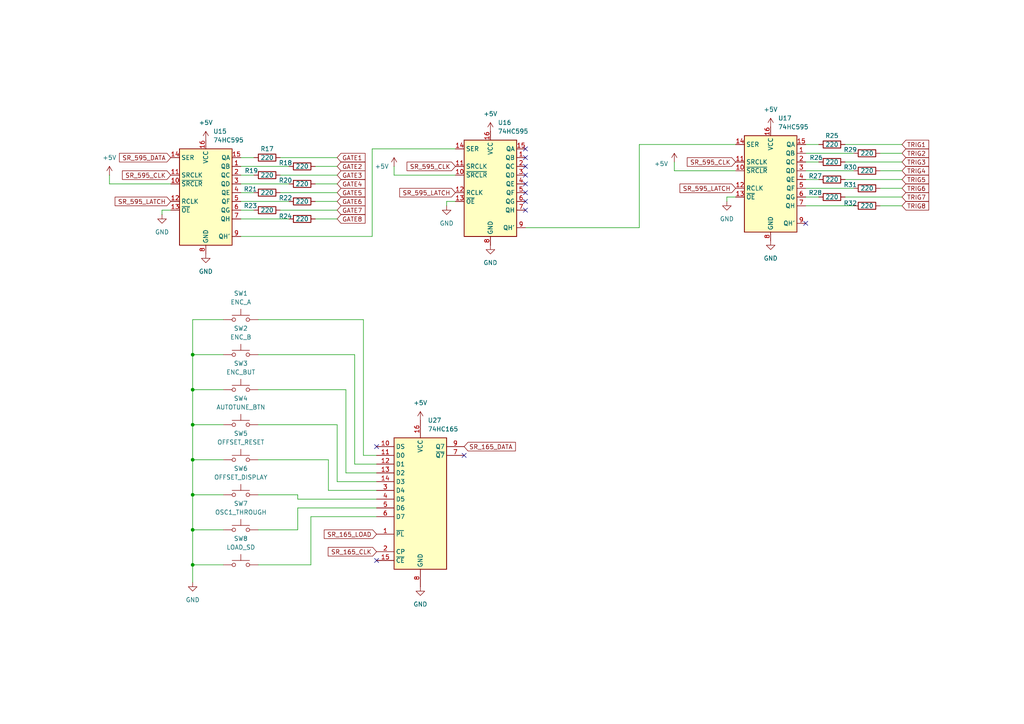
<source format=kicad_sch>
(kicad_sch (version 20250114) (generator "eeschema") (generator_version "9.0")
  (paper "A4")
  (lib_symbols
    (symbol "74xx:74HC165"
      (property "Reference" "U" (at -7.62 19.05 0))
      (property "Value" "74HC165" (at -7.62 -21.59 0))
      (symbol "74HC165_1_0"
        (pin input line (at -12.7 15.24 0) (length 5.08) (name "DS") (number "10"))
        (pin input line (at -12.7 12.7 0) (length 5.08) (name "D0") (number "11"))
        (pin input line (at -12.7 10.16 0) (length 5.08) (name "D1") (number "12"))
        (pin input line (at -12.7 7.62 0) (length 5.08) (name "D2") (number "13"))
        (pin input line (at -12.7 5.08 0) (length 5.08) (name "D3") (number "14"))
        (pin input line (at -12.7 2.54 0) (length 5.08) (name "D4") (number "3"))
        (pin input line (at -12.7 0 0) (length 5.08) (name "D5") (number "4"))
        (pin input line (at -12.7 -2.54 0) (length 5.08) (name "D6") (number "5"))
        (pin input line (at -12.7 -5.08 0) (length 5.08) (name "D7") (number "6"))
        (pin input line (at -12.7 -10.16 0) (length 5.08) (name "~{PL}") (number "1"))
        (pin input line (at -12.7 -15.24 0) (length 5.08) (name "CP") (number "2"))
        (pin input line (at -12.7 -17.78 0) (length 5.08) (name "~{CE}") (number "15"))
        (pin power_in line (at 0 22.86 270) (length 5.08) (name "VCC") (number "16"))
        (pin power_in line (at 0 -25.4 90) (length 5.08) (name "GND") (number "8"))
        (pin output line (at 12.7 15.24 180) (length 5.08) (name "Q7") (number "9"))
        (pin output line (at 12.7 12.7 180) (length 5.08) (name "~{Q7}") (number "7"))
      )
      (symbol "74HC165_1_1"
        (rectangle (start -7.62 17.78) (end 7.62 -20.32) (stroke (width 0.254)) (fill (type background)))
      )
    )
    (symbol "74xx:74HC595"
      (property "Reference" "U" (at -7.62 13.97 0))
      (property "Value" "74HC595" (at -7.62 -16.51 0))
      (symbol "74HC595_1_0"
        (pin input line (at -10.16 10.16 0) (length 2.54) (name "SER") (number "14"))
        (pin input line (at -10.16 5.08 0) (length 2.54) (name "SRCLK") (number "11"))
        (pin input line (at -10.16 2.54 0) (length 2.54) (name "~{SRCLR}") (number "10"))
        (pin input line (at -10.16 -2.54 0) (length 2.54) (name "RCLK") (number "12"))
        (pin input line (at -10.16 -5.08 0) (length 2.54) (name "~{OE}") (number "13"))
        (pin power_in line (at 0 15.24 270) (length 2.54) (name "VCC") (number "16"))
        (pin power_in line (at 0 -17.78 90) (length 2.54) (name "GND") (number "8"))
        (pin tri_state line (at 10.16 10.16 180) (length 2.54) (name "QA") (number "15"))
        (pin tri_state line (at 10.16 7.62 180) (length 2.54) (name "QB") (number "1"))
        (pin tri_state line (at 10.16 5.08 180) (length 2.54) (name "QC") (number "2"))
        (pin tri_state line (at 10.16 2.54 180) (length 2.54) (name "QD") (number "3"))
        (pin tri_state line (at 10.16 0 180) (length 2.54) (name "QE") (number "4"))
        (pin tri_state line (at 10.16 -2.54 180) (length 2.54) (name "QF") (number "5"))
        (pin tri_state line (at 10.16 -5.08 180) (length 2.54) (name "QG") (number "6"))
        (pin tri_state line (at 10.16 -7.62 180) (length 2.54) (name "QH") (number "7"))
        (pin output line (at 10.16 -12.7 180) (length 2.54) (name "QH'") (number "9"))
      )
      (symbol "74HC595_1_1"
        (rectangle (start -7.62 12.7) (end 7.62 -15.24) (stroke (width 0.254)) (fill (type background)))
      )
    )
    (symbol "Device:R" (pin_numbers (hide yes)) (pin_names (offset 0))
      (property "Reference" "R" (at 2.032 0 90))
      (property "Value" "R" (at 0 0 90))
      (symbol "R_0_1"
        (rectangle (start -1.016 -2.54) (end 1.016 2.54) (stroke (width 0.254)))
      )
      (symbol "R_1_1"
        (pin passive line (at 0 3.81 270) (length 1.27) (name "~") (number "1"))
        (pin passive line (at 0 -3.81 90) (length 1.27) (name "~") (number "2"))
      )
    )
    (symbol "Switch:SW_Push" (pin_numbers (hide yes)) (pin_names (offset 1.016) (hide yes))
      (property "Reference" "SW" (at 1.27 2.54 0))
      (property "Value" "SW_Push" (at 0 -1.524 0))
      (symbol "SW_Push_0_1"
        (circle (center -2.032 0) (radius 0.508))
        (polyline (pts (xy 0 1.27) (xy 0 3.048)))
        (circle (center 2.032 0) (radius 0.508))
        (polyline (pts (xy 2.54 1.27) (xy -2.54 1.27)))
        (pin passive line (at -5.08 0 0) (length 2.54) (name "1") (number "1"))
        (pin passive line (at 5.08 0 180) (length 2.54) (name "2") (number "2"))
      )
    )
    (symbol "power:+5V" (power) (pin_numbers (hide yes)) (pin_names (offset 0) (hide yes))
      (property "Value" "+5V" (at 0 3.556 0))
      (symbol "+5V_0_1"
        (polyline (pts (xy -0.762 1.27) (xy 0 2.54)))
        (polyline (pts (xy 0 2.54) (xy 0.762 1.27)))
        (polyline (pts (xy 0 0) (xy 0 2.54)))
      )
      (symbol "+5V_1_1"
        (pin power_in line (at 0 0 90) (length 0) (name "~") (number "1"))
      )
    )
    (symbol "power:GND" (power) (pin_numbers (hide yes)) (pin_names (offset 0) (hide yes))
      (property "Value" "GND" (at 0 -3.81 0))
      (symbol "GND_0_1"
        (polyline (pts (xy 0 0) (xy 0 -1.27) (xy 1.27 -1.27) (xy 0 -2.54) (xy -1.27 -1.27) (xy 0 -1.27)))
      )
      (symbol "GND_1_1"
        (pin power_in line (at 0 0 270) (length 0) (name "~") (number "1"))
      )
    )
  )
  (junction (at 55.88 163.83))
  (junction (at 55.88 153.67))
  (junction (at 55.88 143.51))
  (junction (at 55.88 113.03))
  (junction (at 55.88 133.35))
  (junction (at 55.88 123.19))
  (junction (at 55.88 102.87))
  (no_connect (at 134.62 132.08))
  (no_connect (at 152.4 45.72))
  (no_connect (at 233.68 64.77))
  (no_connect (at 152.4 43.18))
  (no_connect (at 109.22 129.54))
  (no_connect (at 152.4 60.96))
  (no_connect (at 109.22 162.56))
  (no_connect (at 152.4 48.26))
  (no_connect (at 152.4 50.8))
  (no_connect (at 152.4 58.42))
  (no_connect (at 152.4 53.34))
  (no_connect (at 152.4 55.88))
  (wire (pts (xy 185.42 66.04) (xy 185.42 41.91)))
  (wire (pts (xy 255.27 44.45) (xy 261.62 44.45)))
  (wire (pts (xy 255.27 49.53) (xy 261.62 49.53)))
  (wire (pts (xy 55.88 153.67) (xy 55.88 163.83)))
  (wire (pts (xy 55.88 133.35) (xy 64.77 133.35)))
  (wire (pts (xy 255.27 54.61) (xy 261.62 54.61)))
  (wire (pts (xy 69.85 63.5) (xy 83.82 63.5)))
  (wire (pts (xy 105.41 92.71) (xy 74.93 92.71)))
  (wire (pts (xy 100.33 137.16) (xy 109.22 137.16)))
  (wire (pts (xy 245.11 57.15) (xy 261.62 57.15)))
  (wire (pts (xy 86.36 153.67) (xy 74.93 153.67)))
  (wire (pts (xy 55.88 113.03) (xy 55.88 123.19)))
  (wire (pts (xy 86.36 147.32) (xy 86.36 153.67)))
  (wire (pts (xy 90.17 163.83) (xy 90.17 149.86)))
  (wire (pts (xy 91.44 48.26) (xy 97.79 48.26)))
  (wire (pts (xy 74.93 102.87) (xy 102.87 102.87)))
  (wire (pts (xy 132.08 50.8) (xy 114.3 50.8)))
  (wire (pts (xy 132.08 58.42) (xy 129.54 58.42)))
  (wire (pts (xy 55.88 163.83) (xy 64.77 163.83)))
  (wire (pts (xy 46.99 60.96) (xy 46.99 62.23)))
  (wire (pts (xy 233.68 57.15) (xy 237.49 57.15)))
  (wire (pts (xy 69.85 55.88) (xy 73.66 55.88)))
  (wire (pts (xy 31.75 53.34) (xy 31.75 50.8)))
  (wire (pts (xy 107.95 68.58) (xy 107.95 43.18)))
  (wire (pts (xy 69.85 45.72) (xy 73.66 45.72)))
  (wire (pts (xy 81.28 50.8) (xy 97.79 50.8)))
  (wire (pts (xy 233.68 52.07) (xy 237.49 52.07)))
  (wire (pts (xy 97.79 139.7) (xy 109.22 139.7)))
  (wire (pts (xy 55.88 163.83) (xy 55.88 168.91)))
  (wire (pts (xy 210.82 57.15) (xy 210.82 58.42)))
  (wire (pts (xy 81.28 45.72) (xy 97.79 45.72)))
  (wire (pts (xy 100.33 113.03) (xy 100.33 137.16)))
  (wire (pts (xy 49.53 60.96) (xy 46.99 60.96)))
  (wire (pts (xy 81.28 60.96) (xy 97.79 60.96)))
  (wire (pts (xy 86.36 144.78) (xy 86.36 143.51)))
  (wire (pts (xy 74.93 163.83) (xy 90.17 163.83)))
  (wire (pts (xy 64.77 123.19) (xy 55.88 123.19)))
  (wire (pts (xy 49.53 53.34) (xy 31.75 53.34)))
  (wire (pts (xy 86.36 144.78) (xy 109.22 144.78)))
  (wire (pts (xy 55.88 153.67) (xy 64.77 153.67)))
  (wire (pts (xy 109.22 147.32) (xy 86.36 147.32)))
  (wire (pts (xy 81.28 55.88) (xy 97.79 55.88)))
  (wire (pts (xy 233.68 46.99) (xy 237.49 46.99)))
  (wire (pts (xy 69.85 48.26) (xy 83.82 48.26)))
  (wire (pts (xy 55.88 113.03) (xy 64.77 113.03)))
  (wire (pts (xy 233.68 54.61) (xy 247.65 54.61)))
  (wire (pts (xy 195.58 49.53) (xy 195.58 46.99)))
  (wire (pts (xy 69.85 53.34) (xy 83.82 53.34)))
  (wire (pts (xy 69.85 58.42) (xy 83.82 58.42)))
  (wire (pts (xy 74.93 133.35) (xy 95.25 133.35)))
  (wire (pts (xy 245.11 52.07) (xy 261.62 52.07)))
  (wire (pts (xy 69.85 60.96) (xy 73.66 60.96)))
  (wire (pts (xy 86.36 143.51) (xy 74.93 143.51)))
  (wire (pts (xy 55.88 123.19) (xy 55.88 133.35)))
  (wire (pts (xy 55.88 143.51) (xy 64.77 143.51)))
  (wire (pts (xy 233.68 41.91) (xy 237.49 41.91)))
  (wire (pts (xy 233.68 44.45) (xy 247.65 44.45)))
  (wire (pts (xy 185.42 41.91) (xy 213.36 41.91)))
  (wire (pts (xy 55.88 102.87) (xy 55.88 113.03)))
  (wire (pts (xy 91.44 58.42) (xy 97.79 58.42)))
  (wire (pts (xy 102.87 102.87) (xy 102.87 134.62)))
  (wire (pts (xy 55.88 102.87) (xy 64.77 102.87)))
  (wire (pts (xy 64.77 92.71) (xy 55.88 92.71)))
  (wire (pts (xy 95.25 142.24) (xy 109.22 142.24)))
  (wire (pts (xy 107.95 43.18) (xy 132.08 43.18)))
  (wire (pts (xy 91.44 63.5) (xy 97.79 63.5)))
  (wire (pts (xy 109.22 132.08) (xy 105.41 132.08)))
  (wire (pts (xy 233.68 59.69) (xy 247.65 59.69)))
  (wire (pts (xy 55.88 143.51) (xy 55.88 153.67)))
  (wire (pts (xy 152.4 66.04) (xy 185.42 66.04)))
  (wire (pts (xy 233.68 49.53) (xy 247.65 49.53)))
  (wire (pts (xy 105.41 132.08) (xy 105.41 92.71)))
  (wire (pts (xy 129.54 58.42) (xy 129.54 59.69)))
  (wire (pts (xy 69.85 50.8) (xy 73.66 50.8)))
  (wire (pts (xy 97.79 123.19) (xy 97.79 139.7)))
  (wire (pts (xy 255.27 59.69) (xy 261.62 59.69)))
  (wire (pts (xy 74.93 123.19) (xy 97.79 123.19)))
  (wire (pts (xy 74.93 113.03) (xy 100.33 113.03)))
  (wire (pts (xy 91.44 53.34) (xy 97.79 53.34)))
  (wire (pts (xy 55.88 92.71) (xy 55.88 102.87)))
  (wire (pts (xy 213.36 49.53) (xy 195.58 49.53)))
  (wire (pts (xy 55.88 133.35) (xy 55.88 143.51)))
  (wire (pts (xy 245.11 46.99) (xy 261.62 46.99)))
  (wire (pts (xy 90.17 149.86) (xy 109.22 149.86)))
  (wire (pts (xy 213.36 57.15) (xy 210.82 57.15)))
  (wire (pts (xy 95.25 133.35) (xy 95.25 142.24)))
  (wire (pts (xy 245.11 41.91) (xy 261.62 41.91)))
  (wire (pts (xy 114.3 50.8) (xy 114.3 48.26)))
  (wire (pts (xy 102.87 134.62) (xy 109.22 134.62)))
  (wire (pts (xy 69.85 68.58) (xy 107.95 68.58)))
  (global_label "TRIG5" (shape input) (at 261.62 52.07 0) (property "Intersheetrefs" "${INTERSHEET_REFS}" (effects (hide yes))))
  (global_label "SR_595_CLK" (shape input) (at 49.53 50.8 180) (property "Intersheetrefs" "${INTERSHEET_REFS}" (effects (hide yes))))
  (global_label "TRIG6" (shape input) (at 261.62 54.61 0) (property "Intersheetrefs" "${INTERSHEET_REFS}" (effects (hide yes))))
  (global_label "GATE6" (shape input) (at 97.79 58.42 0) (property "Intersheetrefs" "${INTERSHEET_REFS}" (effects (hide yes))))
  (global_label "TRIG2" (shape input) (at 261.62 44.45 0) (property "Intersheetrefs" "${INTERSHEET_REFS}" (effects (hide yes))))
  (global_label "SR_595_LATCH" (shape input) (at 213.36 54.61 180) (property "Intersheetrefs" "${INTERSHEET_REFS}" (effects (hide yes))))
  (global_label "SR_595_DATA" (shape input) (at 49.53 45.72 180) (property "Intersheetrefs" "${INTERSHEET_REFS}" (effects (hide yes))))
  (global_label "TRIG7" (shape input) (at 261.62 57.15 0) (property "Intersheetrefs" "${INTERSHEET_REFS}" (effects (hide yes))))
  (global_label "GATE1" (shape input) (at 97.79 45.72 0) (property "Intersheetrefs" "${INTERSHEET_REFS}" (effects (hide yes))))
  (global_label "GATE8" (shape input) (at 97.79 63.5 0) (property "Intersheetrefs" "${INTERSHEET_REFS}" (effects (hide yes))))
  (global_label "GATE5" (shape input) (at 97.79 55.88 0) (property "Intersheetrefs" "${INTERSHEET_REFS}" (effects (hide yes))))
  (global_label "SR_595_LATCH" (shape input) (at 49.53 58.42 180) (property "Intersheetrefs" "${INTERSHEET_REFS}" (effects (hide yes))))
  (global_label "GATE2" (shape input) (at 97.79 48.26 0) (property "Intersheetrefs" "${INTERSHEET_REFS}" (effects (hide yes))))
  (global_label "SR_165_LOAD" (shape input) (at 109.22 154.94 180) (property "Intersheetrefs" "${INTERSHEET_REFS}" (effects (hide yes))))
  (global_label "SR_595_CLK" (shape input) (at 132.08 48.26 180) (property "Intersheetrefs" "${INTERSHEET_REFS}" (effects (hide yes))))
  (global_label "SR_165_CLK" (shape input) (at 109.22 160.02 180) (property "Intersheetrefs" "${INTERSHEET_REFS}" (effects (hide yes))))
  (global_label "SR_595_LATCH" (shape input) (at 132.08 55.88 180) (property "Intersheetrefs" "${INTERSHEET_REFS}" (effects (hide yes))))
  (global_label "GATE4" (shape input) (at 97.79 53.34 0) (property "Intersheetrefs" "${INTERSHEET_REFS}" (effects (hide yes))))
  (global_label "TRIG8" (shape input) (at 261.62 59.69 0) (property "Intersheetrefs" "${INTERSHEET_REFS}" (effects (hide yes))))
  (global_label "TRIG1" (shape input) (at 261.62 41.91 0) (property "Intersheetrefs" "${INTERSHEET_REFS}" (effects (hide yes))))
  (global_label "SR_595_CLK" (shape input) (at 213.36 46.99 180) (property "Intersheetrefs" "${INTERSHEET_REFS}" (effects (hide yes))))
  (global_label "SR_165_DATA" (shape input) (at 134.62 129.54 0) (property "Intersheetrefs" "${INTERSHEET_REFS}" (effects (hide yes))))
  (global_label "GATE7" (shape input) (at 97.79 60.96 0) (property "Intersheetrefs" "${INTERSHEET_REFS}" (effects (hide yes))))
  (global_label "TRIG3" (shape input) (at 261.62 46.99 0) (property "Intersheetrefs" "${INTERSHEET_REFS}" (effects (hide yes))))
  (global_label "GATE3" (shape input) (at 97.79 50.8 0) (property "Intersheetrefs" "${INTERSHEET_REFS}" (effects (hide yes))))
  (global_label "TRIG4" (shape input) (at 261.62 49.53 0) (property "Intersheetrefs" "${INTERSHEET_REFS}" (effects (hide yes))))
  (symbol (lib_id "Device:R") (at 251.46 54.61 270) (unit 1)
    (property "Reference" "R31" (at 246.634 53.594 90))
    (property "Value" "220" (at 251.46 54.61 90))
    (property "Footprint" "PCM_Resistor_SMD_AKL:R_0805_2012Metric_Pad1.15x1.40mm_HandSolder" (effects (hide yes)))
    (property "Description" "Resistor" (effects (hide yes)))
  )
  (symbol (lib_id "Device:R") (at 87.63 63.5 270) (unit 1)
    (property "Reference" "R24" (at 82.804 62.738 90))
    (property "Value" "220" (at 87.63 63.5 90))
    (property "Footprint" "PCM_Resistor_SMD_AKL:R_0805_2012Metric_Pad1.15x1.40mm_HandSolder" (effects (hide yes)))
    (property "Description" "Resistor" (effects (hide yes)))
  )
  (symbol (lib_id "74xx:74HC165") (at 121.92 144.78 0) (unit 1)
    (property "Reference" "U27" (at 124.0633 121.92 0) (effects (justify left)))
    (property "Value" "74HC165" (at 124.0633 124.46 0) (effects (justify left)))
    (property "Footprint" "Package_SO:SOIC-16_3.9x9.9mm_P1.27mm" (effects (hide yes)))
    (property "Datasheet" "https://assets.nexperia.com/documents/data-sheet/74HC_HCT165.pdf" (effects (hide yes)))
    (property "Description" "Shift Register, 8-bit, Parallel Load" (effects (hide yes)))
  )
  (symbol (lib_id "Device:R") (at 77.47 50.8 270) (unit 1)
    (property "Reference" "R19" (at 72.898 49.53 90))
    (property "Value" "220" (at 77.47 50.8 90))
    (property "Footprint" "PCM_Resistor_SMD_AKL:R_0805_2012Metric_Pad1.15x1.40mm_HandSolder" (effects (hide yes)))
    (property "Description" "Resistor" (effects (hide yes)))
  )
  (symbol (lib_id "power:+5V") (at 142.24 38.1 0) (unit 1)
    (property "Reference" "#PWR083" (effects (hide yes)))
    (property "Value" "+5V" (at 142.24 33.02 0))
    (property "Description" "Power symbol creates a global label with name \"+5V\"" (effects (hide yes)))
  )
  (symbol (lib_id "power:GND") (at 210.82 58.42 0) (unit 1)
    (property "Reference" "#PWR088" (effects (hide yes)))
    (property "Value" "GND" (at 210.82 63.5 0))
    (property "Description" "Power symbol creates a global label with name \"GND\" , ground" (effects (hide yes)))
  )
  (symbol (lib_id "74xx:74HC595") (at 223.52 52.07 0) (unit 1)
    (property "Reference" "U17" (at 225.6633 34.29 0) (effects (justify left)))
    (property "Value" "74HC595" (at 225.6633 36.83 0) (effects (justify left)))
    (property "Footprint" "Package_SO:SOIC-16_3.9x9.9mm_P1.27mm" (effects (hide yes)))
    (property "Datasheet" "http://www.ti.com/lit/ds/symlink/sn74hc595.pdf" (effects (hide yes)))
    (property "Description" "8-bit serial in/out Shift Register 3-State Outputs" (effects (hide yes)))
  )
  (symbol (lib_id "Device:R") (at 251.46 59.69 270) (unit 1)
    (property "Reference" "R32" (at 246.634 58.928 90))
    (property "Value" "220" (at 251.46 59.69 90))
    (property "Footprint" "PCM_Resistor_SMD_AKL:R_0805_2012Metric_Pad1.15x1.40mm_HandSolder" (effects (hide yes)))
    (property "Description" "Resistor" (effects (hide yes)))
  )
  (symbol (lib_id "power:+5V") (at 59.69 40.64 0) (unit 1)
    (property "Reference" "#PWR084" (effects (hide yes)))
    (property "Value" "+5V" (at 59.69 35.56 0))
    (property "Description" "Power symbol creates a global label with name \"+5V\"" (effects (hide yes)))
  )
  (symbol (lib_id "power:GND") (at 46.99 62.23 0) (unit 1)
    (property "Reference" "#PWR090" (effects (hide yes)))
    (property "Value" "GND" (at 46.99 67.31 0))
    (property "Description" "Power symbol creates a global label with name \"GND\" , ground" (effects (hide yes)))
  )
  (symbol (lib_id "Device:R") (at 77.47 60.96 270) (unit 1)
    (property "Reference" "R23" (at 72.644 59.69 90))
    (property "Value" "220" (at 77.47 60.96 90))
    (property "Footprint" "PCM_Resistor_SMD_AKL:R_0805_2012Metric_Pad1.15x1.40mm_HandSolder" (effects (hide yes)))
    (property "Description" "Resistor" (effects (hide yes)))
  )
  (symbol (lib_id "Device:R") (at 87.63 48.26 270) (unit 1)
    (property "Reference" "R18" (at 82.804 47.244 90))
    (property "Value" "220" (at 87.63 48.26 90))
    (property "Footprint" "PCM_Resistor_SMD_AKL:R_0805_2012Metric_Pad1.15x1.40mm_HandSolder" (effects (hide yes)))
    (property "Description" "Resistor" (effects (hide yes)))
  )
  (symbol (lib_id "Switch:SW_Push") (at 69.85 113.03 0) (unit 1)
    (property "Reference" "SW3" (at 69.85 105.41 0))
    (property "Value" "ENC_BUT" (at 69.85 107.95 0))
    (property "Footprint" "Button_Switch_THT:SW_PUSH_6mm" (effects (hide yes)))
    (property "Description" "Push button switch, generic, two pins" (effects (hide yes)))
  )
  (symbol (lib_id "Device:R") (at 77.47 45.72 270) (unit 1)
    (property "Reference" "R17" (at 77.47 43.18 90))
    (property "Value" "220" (at 77.47 45.72 90))
    (property "Footprint" "PCM_Resistor_SMD_AKL:R_0805_2012Metric_Pad1.15x1.40mm_HandSolder" (effects (hide yes)))
    (property "Description" "Resistor" (effects (hide yes)))
  )
  (symbol (lib_id "Switch:SW_Push") (at 69.85 163.83 0) (unit 1)
    (property "Reference" "SW8" (at 69.85 156.21 0))
    (property "Value" "LOAD_SD" (at 69.85 158.75 0))
    (property "Footprint" "Button_Switch_THT:SW_PUSH_6mm" (effects (hide yes)))
    (property "Description" "Push button switch, generic, two pins" (effects (hide yes)))
  )
  (symbol (lib_id "power:GND") (at 223.52 69.85 0) (unit 1)
    (property "Reference" "#PWR081" (effects (hide yes)))
    (property "Value" "GND" (at 223.52 74.93 0))
    (property "Description" "Power symbol creates a global label with name \"GND\" , ground" (effects (hide yes)))
  )
  (symbol (lib_id "Device:R") (at 77.47 55.88 270) (unit 1)
    (property "Reference" "R21" (at 72.644 54.864 90))
    (property "Value" "220" (at 77.47 55.88 90))
    (property "Footprint" "PCM_Resistor_SMD_AKL:R_0805_2012Metric_Pad1.15x1.40mm_HandSolder" (effects (hide yes)))
    (property "Description" "Resistor" (effects (hide yes)))
  )
  (symbol (lib_id "power:GND") (at 121.92 170.18 0) (unit 1)
    (property "Reference" "#PWR0128" (effects (hide yes)))
    (property "Value" "GND" (at 121.92 175.26 0))
    (property "Description" "Power symbol creates a global label with name \"GND\" , ground" (effects (hide yes)))
  )
  (symbol (lib_id "Device:R") (at 251.46 44.45 270) (unit 1)
    (property "Reference" "R29" (at 246.634 43.434 90))
    (property "Value" "220" (at 251.46 44.45 90))
    (property "Footprint" "PCM_Resistor_SMD_AKL:R_0805_2012Metric_Pad1.15x1.40mm_HandSolder" (effects (hide yes)))
    (property "Description" "Resistor" (effects (hide yes)))
  )
  (symbol (lib_id "power:+5V") (at 195.58 46.99 0) (unit 1)
    (property "Reference" "#PWR087" (effects (hide yes)))
    (property "Value" "+5V" (at 191.77 47.498 0))
    (property "Description" "Power symbol creates a global label with name \"+5V\"" (effects (hide yes)))
  )
  (symbol (lib_id "Device:R") (at 241.3 41.91 270) (unit 1)
    (property "Reference" "R25" (at 241.3 39.37 90))
    (property "Value" "220" (at 241.3 41.91 90))
    (property "Footprint" "PCM_Resistor_SMD_AKL:R_0805_2012Metric_Pad1.15x1.40mm_HandSolder" (effects (hide yes)))
    (property "Description" "Resistor" (effects (hide yes)))
  )
  (symbol (lib_id "power:GND") (at 55.88 168.91 0) (unit 1)
    (property "Reference" "#PWR091" (effects (hide yes)))
    (property "Value" "GND" (at 55.88 173.99 0))
    (property "Description" "Power symbol creates a global label with name \"GND\" , ground" (effects (hide yes)))
  )
  (symbol (lib_id "Device:R") (at 87.63 58.42 270) (unit 1)
    (property "Reference" "R22" (at 82.804 57.404 90))
    (property "Value" "220" (at 87.63 58.42 90))
    (property "Footprint" "PCM_Resistor_SMD_AKL:R_0805_2012Metric_Pad1.15x1.40mm_HandSolder" (effects (hide yes)))
    (property "Description" "Resistor" (effects (hide yes)))
  )
  (symbol (lib_id "power:GND") (at 129.54 59.69 0) (unit 1)
    (property "Reference" "#PWR089" (effects (hide yes)))
    (property "Value" "GND" (at 129.54 64.77 0))
    (property "Description" "Power symbol creates a global label with name \"GND\" , ground" (effects (hide yes)))
  )
  (symbol (lib_id "Switch:SW_Push") (at 69.85 153.67 0) (unit 1)
    (property "Reference" "SW7" (at 69.85 146.05 0))
    (property "Value" "OSC1_THROUGH" (at 69.85 148.59 0))
    (property "Footprint" "Button_Switch_THT:SW_PUSH_6mm" (effects (hide yes)))
    (property "Description" "Push button switch, generic, two pins" (effects (hide yes)))
  )
  (symbol (lib_id "Device:R") (at 87.63 53.34 270) (unit 1)
    (property "Reference" "R20" (at 82.804 52.324 90))
    (property "Value" "220" (at 87.63 53.34 90))
    (property "Footprint" "PCM_Resistor_SMD_AKL:R_0805_2012Metric_Pad1.15x1.40mm_HandSolder" (effects (hide yes)))
    (property "Description" "Resistor" (effects (hide yes)))
  )
  (symbol (lib_id "Device:R") (at 241.3 57.15 270) (unit 1)
    (property "Reference" "R28" (at 236.474 55.88 90))
    (property "Value" "220" (at 241.3 57.15 90))
    (property "Footprint" "PCM_Resistor_SMD_AKL:R_0805_2012Metric_Pad1.15x1.40mm_HandSolder" (effects (hide yes)))
    (property "Description" "Resistor" (effects (hide yes)))
  )
  (symbol (lib_id "74xx:74HC595") (at 59.69 55.88 0) (unit 1)
    (property "Reference" "U15" (at 61.8333 38.1 0) (effects (justify left)))
    (property "Value" "74HC595" (at 61.8333 40.64 0) (effects (justify left)))
    (property "Footprint" "Package_SO:SOIC-16_3.9x9.9mm_P1.27mm" (effects (hide yes)))
    (property "Datasheet" "http://www.ti.com/lit/ds/symlink/sn74hc595.pdf" (effects (hide yes)))
    (property "Description" "8-bit serial in/out Shift Register 3-State Outputs" (effects (hide yes)))
  )
  (symbol (lib_id "Switch:SW_Push") (at 69.85 133.35 0) (unit 1)
    (property "Reference" "SW5" (at 69.85 125.73 0))
    (property "Value" "OFFSET_RESET" (at 69.85 128.27 0))
    (property "Footprint" "Button_Switch_THT:SW_PUSH_6mm" (effects (hide yes)))
    (property "Description" "Push button switch, generic, two pins" (effects (hide yes)))
  )
  (symbol (lib_id "power:+5V") (at 121.92 121.92 0) (unit 1)
    (property "Reference" "#PWR0129" (effects (hide yes)))
    (property "Value" "+5V" (at 121.92 116.84 0))
    (property "Description" "Power symbol creates a global label with name \"+5V\"" (effects (hide yes)))
  )
  (symbol (lib_id "power:+5V") (at 31.75 50.8 0) (unit 1)
    (property "Reference" "#PWR085" (effects (hide yes)))
    (property "Value" "+5V" (at 31.75 45.72 0))
    (property "Description" "Power symbol creates a global label with name \"+5V\"" (effects (hide yes)))
  )
  (symbol (lib_id "Device:R") (at 251.46 49.53 270) (unit 1)
    (property "Reference" "R30" (at 246.634 48.514 90))
    (property "Value" "220" (at 251.46 49.53 90))
    (property "Footprint" "PCM_Resistor_SMD_AKL:R_0805_2012Metric_Pad1.15x1.40mm_HandSolder" (effects (hide yes)))
    (property "Description" "Resistor" (effects (hide yes)))
  )
  (symbol (lib_id "74xx:74HC595") (at 142.24 53.34 0) (unit 1)
    (property "Reference" "U16" (at 144.3833 35.56 0) (effects (justify left)))
    (property "Value" "74HC595" (at 144.3833 38.1 0) (effects (justify left)))
    (property "Footprint" "Package_SO:SOIC-16_3.9x9.9mm_P1.27mm" (effects (hide yes)))
    (property "Datasheet" "http://www.ti.com/lit/ds/symlink/sn74hc595.pdf" (effects (hide yes)))
    (property "Description" "8-bit serial in/out Shift Register 3-State Outputs" (effects (hide yes)))
  )
  (symbol (lib_id "Switch:SW_Push") (at 69.85 92.71 0) (unit 1)
    (property "Reference" "SW1" (at 69.85 85.09 0))
    (property "Value" "ENC_A" (at 69.85 87.63 0))
    (property "Footprint" "Button_Switch_THT:SW_PUSH_6mm" (effects (hide yes)))
    (property "Description" "Push button switch, generic, two pins" (effects (hide yes)))
  )
  (symbol (lib_id "power:GND") (at 59.69 73.66 0) (unit 1)
    (property "Reference" "#PWR079" (effects (hide yes)))
    (property "Value" "GND" (at 59.69 78.74 0))
    (property "Description" "Power symbol creates a global label with name \"GND\" , ground" (effects (hide yes)))
  )
  (symbol (lib_id "power:+5V") (at 114.3 48.26 0) (unit 1)
    (property "Reference" "#PWR086" (effects (hide yes)))
    (property "Value" "+5V" (at 110.744 48.26 0))
    (property "Description" "Power symbol creates a global label with name \"+5V\"" (effects (hide yes)))
  )
  (symbol (lib_id "Device:R") (at 241.3 46.99 270) (unit 1)
    (property "Reference" "R26" (at 236.728 45.72 90))
    (property "Value" "220" (at 241.3 46.99 90))
    (property "Footprint" "PCM_Resistor_SMD_AKL:R_0805_2012Metric_Pad1.15x1.40mm_HandSolder" (effects (hide yes)))
    (property "Description" "Resistor" (effects (hide yes)))
  )
  (symbol (lib_id "Switch:SW_Push") (at 69.85 143.51 0) (unit 1)
    (property "Reference" "SW6" (at 69.85 135.89 0))
    (property "Value" "OFFSET_DISPLAY" (at 69.85 138.43 0))
    (property "Footprint" "Button_Switch_THT:SW_PUSH_6mm" (effects (hide yes)))
    (property "Description" "Push button switch, generic, two pins" (effects (hide yes)))
  )
  (symbol (lib_id "Switch:SW_Push") (at 69.85 123.19 0) (unit 1)
    (property "Reference" "SW4" (at 69.85 115.57 0))
    (property "Value" "AUTOTUNE_BTN" (at 69.85 118.11 0))
    (property "Footprint" "Button_Switch_THT:SW_PUSH_6mm" (effects (hide yes)))
    (property "Description" "Push button switch, generic, two pins" (effects (hide yes)))
  )
  (symbol (lib_id "power:GND") (at 142.24 71.12 0) (unit 1)
    (property "Reference" "#PWR080" (effects (hide yes)))
    (property "Value" "GND" (at 142.24 76.2 0))
    (property "Description" "Power symbol creates a global label with name \"GND\" , ground" (effects (hide yes)))
  )
  (symbol (lib_id "power:+5V") (at 223.52 36.83 0) (unit 1)
    (property "Reference" "#PWR082" (effects (hide yes)))
    (property "Value" "+5V" (at 223.52 31.75 0))
    (property "Description" "Power symbol creates a global label with name \"+5V\"" (effects (hide yes)))
  )
  (symbol (lib_id "Switch:SW_Push") (at 69.85 102.87 0) (unit 1)
    (property "Reference" "SW2" (at 69.85 95.25 0))
    (property "Value" "ENC_B" (at 69.85 97.79 0))
    (property "Footprint" "Button_Switch_THT:SW_PUSH_6mm" (effects (hide yes)))
    (property "Description" "Push button switch, generic, two pins" (effects (hide yes)))
  )
  (symbol (lib_id "Device:R") (at 241.3 52.07 270) (unit 1)
    (property "Reference" "R27" (at 236.474 51.054 90))
    (property "Value" "220" (at 241.3 52.07 90))
    (property "Footprint" "PCM_Resistor_SMD_AKL:R_0805_2012Metric_Pad1.15x1.40mm_HandSolder" (effects (hide yes)))
    (property "Description" "Resistor" (effects (hide yes)))
  )
)
</source>
